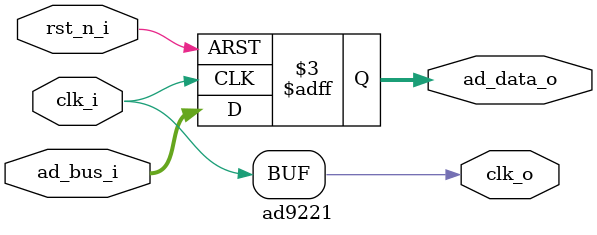
<source format=sv>
`timescale 1ns/1ps

module ad9221(
	input	logic		rst_n_i,
	input	logic		clk_i,
	input	logic[11:0]	ad_bus_i,

	output	logic		clk_o,
	output	logic[11:0]	ad_data_o
);
	assign clk_o = clk_i;
	
	always_ff@(posedge clk_i or negedge rst_n_i)
	if(!rst_n_i)
		ad_data_o <= 12'd0;
	else
		ad_data_o <= ad_bus_i;

endmodule

</source>
